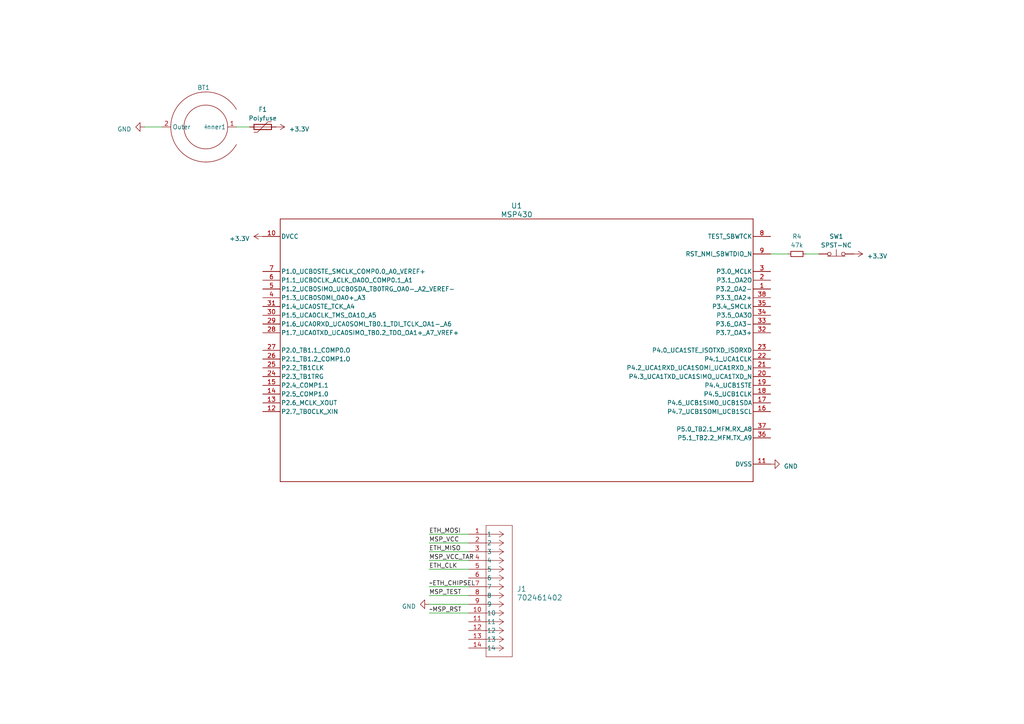
<source format=kicad_sch>
(kicad_sch (version 20230121) (generator eeschema)
  (paper "A4")
  (lib_symbols
    (symbol "Device:C_Small" (pin_numbers hide) (pin_names (offset 0.254) hide)
      (property "Reference" "C" (at 0.254 1.778 0))
      (property "Value" "C_Small" (at 0.254 -2.032 0))
      (symbol "C_Small_1_1"
        (pin passive line (at 0 2.54 270) (length 2.032) (name "~") (number "1"))
        (pin passive line (at 0 -2.54 90) (length 2.032) (name "~") (number "2"))
      )
    )
    (symbol "Device:FerriteBead_Small" (pin_numbers hide) (pin_names (offset 0))
      (property "Reference" "FB" (at 1.905 1.27 0))
      (property "Value" "FerriteBead_Small" (at 1.905 -1.27 0))
      (symbol "FerriteBead_Small_1_1"
        (pin passive line (at 0 2.54 270) (length 1.27) (name "~") (number "1"))
        (pin passive line (at 0 -2.54 90) (length 1.27) (name "~") (number "2"))
      )
    )
    (symbol "Device:L_Small" (pin_numbers hide) (pin_names (offset 0.254) hide)
      (property "Reference" "L" (at 0.762 1.016 0))
      (property "Value" "L_Small" (at 0.762 -1.016 0))
      (symbol "L_Small_1_1"
        (pin passive line (at 0 2.54 270) (length 0.508) (name "~") (number "1"))
        (pin passive line (at 0 -2.54 90) (length 0.508) (name "~") (number "2"))
      )
    )
    (symbol "Device:Polyfuse" (pin_numbers hide) (pin_names (offset 0))
      (property "Reference" "F" (at -2.54 0 90))
      (property "Value" "Polyfuse" (at 2.54 0 90))
      (symbol "Polyfuse_1_1"
        (pin passive line (at 0 3.81 270) (length 1.27) (name "~") (number "1"))
        (pin passive line (at 0 -3.81 90) (length 1.27) (name "~") (number "2"))
      )
    )
    (symbol "Device:R_Small" (pin_numbers hide) (pin_names (offset 0.254) hide)
      (property "Reference" "R" (at 0.762 0.508 0))
      (property "Value" "R_Small" (at 0.762 -1.016 0))
      (symbol "R_Small_1_1"
        (pin passive line (at 0 2.54 270) (length 0.762) (name "~") (number "1"))
        (pin passive line (at 0 -2.54 90) (length 0.762) (name "~") (number "2"))
      )
    )
    (symbol "Interface_Ethernet:ENC28J60x-SO"
      (property "Reference" "U" (at -13.97 24.13 0))
      (property "Value" "ENC28J60x-SO" (at 5.08 24.13 0))
      (symbol "ENC28J60x-SO_1_1"
        (pin input line (at 17.78 -20.32 180) (length 2.54) (name "VCAP") (number "1"))
        (pin input line (at -17.78 20.32 0) (length 2.54) (name "~{RESET}") (number "10"))
        (pin power_in line (at 17.78 5.08 180) (length 2.54) (name "VSSRX") (number "11"))
        (pin input line (at 17.78 7.62 180) (length 2.54) (name "TPIN-") (number "12"))
        (pin input line (at 17.78 10.16 180) (length 2.54) (name "TPIN+") (number "13"))
        (pin input line (at 17.78 -15.24 180) (length 2.54) (name "RBIAS") (number "14"))
        (pin power_in line (at 17.78 0 180) (length 2.54) (name "VDDTX") (number "15"))
        (pin output line (at 17.78 -5.08 180) (length 2.54) (name "TPOUT-") (number "16"))
        (pin output line (at 17.78 -2.54 180) (length 2.54) (name "TPOUT+") (number "17"))
        (pin power_in line (at 17.78 -7.62 180) (length 2.54) (name "VSSTX") (number "18"))
        (pin power_in line (at 17.78 12.7 180) (length 2.54) (name "VDDRX") (number "19"))
        (pin power_in line (at -2.54 -25.4 90) (length 2.54) (name "VSS") (number "2"))
        (pin power_in line (at 2.54 25.4 270) (length 2.54) (name "VDDPLL") (number "20"))
        (pin power_in line (at 2.54 -25.4 90) (length 2.54) (name "VSSPLL") (number "21"))
        (pin power_in line (at -17.78 -15.24 0) (length 2.54) (name "VSSOSC") (number "22"))
        (pin input line (at -17.78 -7.62 0) (length 2.54) (name "OSC1") (number "23"))
        (pin input line (at -17.78 -12.7 0) (length 2.54) (name "OSC2") (number "24"))
        (pin power_in line (at -17.78 -5.08 0) (length 2.54) (name "VDDOSC") (number "25"))
        (pin output line (at 17.78 17.78 180) (length 2.54) (name "LEDB") (number "26"))
        (pin output line (at 17.78 20.32 180) (length 2.54) (name "LEDA") (number "27"))
        (pin power_in line (at -2.54 25.4 270) (length 2.54) (name "VDD") (number "28"))
        (pin output line (at -17.78 -20.32 0) (length 2.54) (name "CLKOUT") (number "3"))
        (pin output line (at -17.78 2.54 0) (length 2.54) (name "~{INT}") (number "4"))
        (pin output line (at -17.78 0 0) (length 2.54) (name "~{WOL}") (number "5"))
        (pin output line (at -17.78 12.7 0) (length 2.54) (name "SO") (number "6"))
        (pin input line (at -17.78 15.24 0) (length 2.54) (name "SI") (number "7"))
        (pin input line (at -17.78 10.16 0) (length 2.54) (name "SCK") (number "8"))
        (pin input line (at -17.78 7.62 0) (length 2.54) (name "~{CS}") (number "9"))
      )
    )
    (symbol "MagicWiFi:702461402" (pin_names (offset 0.254))
      (property "Reference" "J" (at 8.89 6.35 0))
      (property "Value" "702461402" (at 2.54 -36.83 0))
      (symbol "702461402_1_1"
        (pin unspecified line (at 0 0 0) (length 5.08) (name "1") (number "1"))
        (pin unspecified line (at 0 -22.86 0) (length 5.08) (name "10") (number "10"))
        (pin unspecified line (at 0 -25.4 0) (length 5.08) (name "11") (number "11"))
        (pin unspecified line (at 0 -27.94 0) (length 5.08) (name "12") (number "12"))
        (pin unspecified line (at 0 -30.48 0) (length 5.08) (name "13") (number "13"))
        (pin unspecified line (at 0 -33.02 0) (length 5.08) (name "14") (number "14"))
        (pin unspecified line (at 0 -2.54 0) (length 5.08) (name "2") (number "2"))
        (pin unspecified line (at 0 -5.08 0) (length 5.08) (name "3") (number "3"))
        (pin unspecified line (at 0 -7.62 0) (length 5.08) (name "4") (number "4"))
        (pin unspecified line (at 0 -10.16 0) (length 5.08) (name "5") (number "5"))
        (pin unspecified line (at 0 -12.7 0) (length 5.08) (name "6") (number "6"))
        (pin unspecified line (at 0 -15.24 0) (length 5.08) (name "7") (number "7"))
        (pin unspecified line (at 0 -17.78 0) (length 5.08) (name "8") (number "8"))
        (pin unspecified line (at 0 -20.32 0) (length 5.08) (name "9") (number "9"))
      )
      (symbol "702461402_1_2"
        (pin unspecified line (at 0 0 0) (length 5.08) (name "1") (number "1"))
        (pin unspecified line (at 0 -22.86 0) (length 5.08) (name "10") (number "10"))
        (pin unspecified line (at 0 -25.4 0) (length 5.08) (name "11") (number "11"))
        (pin unspecified line (at 0 -27.94 0) (length 5.08) (name "12") (number "12"))
        (pin unspecified line (at 0 -30.48 0) (length 5.08) (name "13") (number "13"))
        (pin unspecified line (at 0 -33.02 0) (length 5.08) (name "14") (number "14"))
        (pin unspecified line (at 0 -2.54 0) (length 5.08) (name "2") (number "2"))
        (pin unspecified line (at 0 -5.08 0) (length 5.08) (name "3") (number "3"))
        (pin unspecified line (at 0 -7.62 0) (length 5.08) (name "4") (number "4"))
        (pin unspecified line (at 0 -10.16 0) (length 5.08) (name "5") (number "5"))
        (pin unspecified line (at 0 -12.7 0) (length 5.08) (name "6") (number "6"))
        (pin unspecified line (at 0 -15.24 0) (length 5.08) (name "7") (number "7"))
        (pin unspecified line (at 0 -17.78 0) (length 5.08) (name "8") (number "8"))
        (pin unspecified line (at 0 -20.32 0) (length 5.08) (name "9") (number "9"))
      )
    )
    (symbol "MagicWiFi:ARJM11C7-114-BA-EW2" (pin_names (offset 0.254))
      (property "Reference" "U" (at 20.32 10.16 0))
      (property "Value" "100T" (at 20.32 7.62 0))
      (symbol "ARJM11C7-114-BA-EW2_0_1"
        (pin power_in line (at 0 0 0) (length 7.62) (name "VC2-") (number "1"))
        (pin unspecified line (at 40.64 -10.16 180) (length 7.62) (name "TD+") (number "10"))
        (pin power_in line (at 0 -2.54 0) (length 7.62) (name "VC1-") (number "2"))
        (pin unspecified line (at 0 -5.08 0) (length 7.62) (name "RD-") (number "3"))
        (pin unspecified line (at 0 -7.62 0) (length 7.62) (name "RCT") (number "4"))
        (pin unspecified line (at 0 -10.16 0) (length 7.62) (name "RD+") (number "5"))
        (pin power_in line (at 0 -12.7 0) (length 7.62) (name "VC2+") (number "6"))
        (pin power_in line (at 0 -15.24 0) (length 7.62) (name "VC1+") (number "7"))
        (pin unspecified line (at 40.64 -15.24 180) (length 7.62) (name "TD-") (number "8"))
        (pin unspecified line (at 40.64 -12.7 180) (length 7.62) (name "TCT") (number "9"))
      )
      (symbol "ARJM11C7-114-BA-EW2_1_0"
        (pin unspecified line (at 19.05 -22.86 90) (length 2.54) (name "GND") (number "15"))
        (pin unspecified line (at 21.59 -22.86 90) (length 2.54) (name "GND") (number "16"))
      )
      (symbol "ARJM11C7-114-BA-EW2_1_1"
        (pin power_in line (at 40.64 -7.62 180) (length 7.62) (name "LEDG+") (number "11"))
        (pin power_out line (at 40.64 -5.08 180) (length 7.62) (name "LEDG-") (number "12"))
        (pin power_in line (at 40.64 -2.54 180) (length 7.62) (name "LEDY+") (number "13"))
        (pin power_out line (at 40.64 0 180) (length 7.62) (name "LEDY-") (number "14"))
      )
    )
    (symbol "MagicWiFi:ATWINC1500-MR210PB1952-T" (pin_names (offset 0.254))
      (property "Reference" "U" (at 30.48 10.16 0))
      (property "Value" "ATWINC1500-MR210PB1952-T" (at 30.48 7.62 0))
      (symbol "ATWINC1500-MR210PB1952-T_0_1"
        (pin bidirectional line (at 0 0 0) (length 7.62) (name "GPIO_6") (number "1"))
        (pin input line (at 0 -22.86 0) (length 7.62) (name "SPI_CFG") (number "10"))
        (pin input line (at 0 -25.4 0) (length 7.62) (name "WAKE") (number "11"))
        (pin power_out line (at 0 -27.94 0) (length 7.62) (name "GND_2") (number "12"))
        (pin output line (at 0 -30.48 0) (length 7.62) (name "IRQN") (number "13"))
        (pin output line (at 0 -33.02 0) (length 7.62) (name "UART_TXD") (number "14"))
        (pin input line (at 60.96 -35.56 180) (length 7.62) (name "SPI_MOSI") (number "15"))
        (pin input line (at 60.96 -33.02 180) (length 7.62) (name "SPI_SSN") (number "16"))
        (pin output line (at 60.96 -30.48 180) (length 7.62) (name "SPI_MISO") (number "17"))
        (pin input line (at 60.96 -27.94 180) (length 7.62) (name "SPI_SCK") (number "18"))
        (pin input line (at 60.96 -25.4 180) (length 7.62) (name "UART_RXD") (number "19"))
        (pin bidirectional line (at 0 -2.54 0) (length 7.62) (name "I2C_SCL") (number "2"))
        (pin power_in line (at 60.96 -22.86 180) (length 7.62) (name "VBAT") (number "20"))
        (pin bidirectional line (at 60.96 -20.32 180) (length 7.62) (name "GPIO_1") (number "21"))
        (pin input line (at 60.96 -17.78 180) (length 7.62) (name "CHIP_EN") (number "22"))
        (pin power_in line (at 60.96 -15.24 180) (length 7.62) (name "VDDIO") (number "23"))
        (pin unspecified line (at 60.96 -12.7 180) (length 7.62) (name "1P3V_TP") (number "24"))
        (pin bidirectional line (at 60.96 -10.16 180) (length 7.62) (name "GPIO_3") (number "25"))
        (pin bidirectional line (at 60.96 -7.62 180) (length 7.62) (name "GPIO_4") (number "26"))
        (pin bidirectional line (at 60.96 -5.08 180) (length 7.62) (name "GPIO_5") (number "27"))
        (pin power_out line (at 60.96 -2.54 180) (length 7.62) (name "GND_3") (number "28"))
        (pin power_out line (at 60.96 0 180) (length 7.62) (name "GND_PADDLE") (number "29"))
        (pin bidirectional line (at 0 -5.08 0) (length 7.62) (name "I2C_SDA") (number "3"))
        (pin input line (at 0 -7.62 0) (length 7.62) (name "RESET_N") (number "4"))
        (pin no_connect line (at 0 -10.16 0) (length 7.62) (name "NC") (number "5"))
        (pin no_connect line (at 0 -12.7 0) (length 7.62) (name "NC") (number "6"))
        (pin no_connect line (at 0 -15.24 0) (length 7.62) (name "NC") (number "7"))
        (pin no_connect line (at 0 -17.78 0) (length 7.62) (name "NC") (number "8"))
        (pin power_out line (at 0 -20.32 0) (length 7.62) (name "GND_1") (number "9"))
      )
    )
    (symbol "MagicWiFi:Antenna"
      (property "Reference" "U" (at -7.62 -2.54 0))
      (symbol "Antenna_1_1"
        (pin input line (at 16.51 0 180) (length 2.54) (name "In") (number "1"))
        (pin output line (at 2.54 11.43 270) (length 2.54) (name "GND") (number "2"))
        (pin output line (at -2.54 11.43 270) (length 2.54) (name "GND") (number "3"))
        (pin output line (at -2.54 -11.43 90) (length 2.54) (name "GND") (number "4"))
        (pin output line (at 2.54 -11.43 90) (length 2.54) (name "GND") (number "5"))
      )
    )
    (symbol "MagicWiFi:Barrel_Connector"
      (property "Reference" "U" (at 0 12.7 0))
      (symbol "Barrel_Connector_1_1"
        (pin output line (at 8.89 0 180) (length 2.54) (name "Inner1") (number "1"))
        (pin input line (at -12.7 0 0) (length 2.54) (name "Outer") (number "2"))
      )
    )
    (symbol "MagicWiFi:MSP430FR2355TDBTR" (pin_names (offset 0.254))
      (property "Reference" "U" (at 0 2.54 0))
      (property "Value" "MSP430FR2355TDBTR" (at 0 0 0))
      (symbol "MSP430FR2355TDBTR_0_1"
        (pin bidirectional line (at 73.66 17.78 180) (length 5.08) (name "P3.2_OA2-") (number "1"))
        (pin power_in line (at -73.66 33.02 0) (length 5.08) (name "DVCC") (number "10"))
        (pin power_in line (at 73.66 -33.02 180) (length 5.08) (name "DVSS") (number "11"))
        (pin bidirectional line (at -73.66 -17.78 0) (length 5.08) (name "P2.7_TB0CLK_XIN") (number "12"))
        (pin bidirectional line (at -73.66 -15.24 0) (length 5.08) (name "P2.6_MCLK_XOUT") (number "13"))
        (pin bidirectional line (at -73.66 -12.7 0) (length 5.08) (name "P2.5_COMP1.0") (number "14"))
        (pin bidirectional line (at -73.66 -10.16 0) (length 5.08) (name "P2.4_COMP1.1") (number "15"))
        (pin bidirectional line (at 73.66 -17.78 180) (length 5.08) (name "P4.7_UCB1SOMI_UCB1SCL") (number "16"))
        (pin bidirectional line (at 73.66 -15.24 180) (length 5.08) (name "P4.6_UCB1SIMO_UCB1SDA") (number "17"))
        (pin bidirectional line (at 73.66 -12.7 180) (length 5.08) (name "P4.5_UCB1CLK") (number "18"))
        (pin bidirectional line (at 73.66 -10.16 180) (length 5.08) (name "P4.4_UCB1STE") (number "19"))
        (pin bidirectional line (at 73.66 20.32 180) (length 5.08) (name "P3.1_OA2O") (number "2"))
        (pin bidirectional line (at 73.66 -7.62 180) (length 5.08) (name "P4.3_UCA1TXD_UCA1SIMO_UCA1TXD_N") (number "20"))
        (pin bidirectional line (at 73.66 -5.08 180) (length 5.08) (name "P4.2_UCA1RXD_UCA1SOMI_UCA1RXD_N") (number "21"))
        (pin bidirectional line (at 73.66 -2.54 180) (length 5.08) (name "P4.1_UCA1CLK") (number "22"))
        (pin bidirectional line (at 73.66 0 180) (length 5.08) (name "P4.0_UCA1STE_ISOTXD_ISORXD") (number "23"))
        (pin bidirectional line (at -73.66 -7.62 0) (length 5.08) (name "P2.3_TB1TRG") (number "24"))
        (pin bidirectional line (at -73.66 -5.08 0) (length 5.08) (name "P2.2_TB1CLK") (number "25"))
        (pin bidirectional line (at -73.66 -2.54 0) (length 5.08) (name "P2.1_TB1.2_COMP1.O") (number "26"))
        (pin bidirectional line (at -73.66 0 0) (length 5.08) (name "P2.0_TB1.1_COMP0.O") (number "27"))
        (pin bidirectional line (at -73.66 5.08 0) (length 5.08) (name "P1.7_UCA0TXD_UCA0SIMO_TB0.2_TDO_OA1+_A7_VREF+") (number "28"))
        (pin bidirectional line (at -73.66 7.62 0) (length 5.08) (name "P1.6_UCA0RXD_UCA0SOMI_TB0.1_TDI_TCLK_OA1-_A6") (number "29"))
        (pin bidirectional line (at 73.66 22.86 180) (length 5.08) (name "P3.0_MCLK") (number "3"))
        (pin bidirectional line (at -73.66 10.16 0) (length 5.08) (name "P1.5_UCA0CLK_TMS_OA1O_A5") (number "30"))
        (pin bidirectional line (at -73.66 12.7 0) (length 5.08) (name "P1.4_UCA0STE_TCK_A4") (number "31"))
        (pin bidirectional line (at 73.66 5.08 180) (length 5.08) (name "P3.7_OA3+") (number "32"))
        (pin bidirectional line (at 73.66 7.62 180) (length 5.08) (name "P3.6_OA3-") (number "33"))
        (pin bidirectional line (at 73.66 10.16 180) (length 5.08) (name "P3.5_OA3O") (number "34"))
        (pin bidirectional line (at 73.66 12.7 180) (length 5.08) (name "P3.4_SMCLK") (number "35"))
        (pin bidirectional line (at 73.66 -25.4 180) (length 5.08) (name "P5.1_TB2.2_MFM.TX_A9") (number "36"))
        (pin bidirectional line (at 73.66 -22.86 180) (length 5.08) (name "P5.0_TB2.1_MFM.RX_A8") (number "37"))
        (pin bidirectional line (at 73.66 15.24 180) (length 5.08) (name "P3.3_OA2+") (number "38"))
        (pin bidirectional line (at -73.66 15.24 0) (length 5.08) (name "P1.3_UCB0SOMI_OA0+_A3") (number "4"))
        (pin bidirectional line (at -73.66 17.78 0) (length 5.08) (name "P1.2_UCB0SIMO_UCB0SDA_TB0TRG_OA0-_A2_VEREF-") (number "5"))
        (pin bidirectional line (at -73.66 20.32 0) (length 5.08) (name "P1.1_UCB0CLK_ACLK_OA0O_COMP0.1_A1") (number "6"))
        (pin bidirectional line (at -73.66 22.86 0) (length 5.08) (name "P1.0_UCB0STE_SMCLK_COMP0.0_A0_VEREF+") (number "7"))
        (pin input line (at 73.66 33.02 180) (length 5.08) (name "TEST_SBWTCK") (number "8"))
        (pin bidirectional line (at 73.66 27.94 180) (length 5.08) (name "RST_NMI_SBWTDIO_N") (number "9"))
      )
    )
    (symbol "MagicWiFi:SX1272IMLTRT" (pin_names (offset 0.254))
      (property "Reference" "U" (at 25.4 10.16 0))
      (property "Value" "SX1272IMLTRT" (at 25.4 7.62 0))
      (symbol "SX1272IMLTRT_0_1"
        (pin power_in line (at 0 0 0) (length 7.62) (name "VBAT1") (number "1"))
        (pin bidirectional line (at 0 -22.86 0) (length 7.62) (name "DIO1") (number "10"))
        (pin bidirectional line (at 0 -25.4 0) (length 7.62) (name "DIO2") (number "11"))
        (pin bidirectional line (at 0 -27.94 0) (length 7.62) (name "DIO3") (number "12"))
        (pin bidirectional line (at 0 -30.48 0) (length 7.62) (name "DIO4") (number "13"))
        (pin bidirectional line (at 0 -33.02 0) (length 7.62) (name "DIO5") (number "14"))
        (pin power_in line (at 50.8 -35.56 180) (length 7.62) (name "VBAT2") (number "15"))
        (pin power_out line (at 50.8 -33.02 180) (length 7.62) (name "GND") (number "16"))
        (pin input line (at 50.8 -30.48 180) (length 7.62) (name "SCK") (number "17"))
        (pin output line (at 50.8 -27.94 180) (length 7.62) (name "MISO") (number "18"))
        (pin input line (at 50.8 -25.4 180) (length 7.62) (name "MOSI") (number "19"))
        (pin power_in line (at 0 -2.54 0) (length 7.62) (name "VR_ANA") (number "2"))
        (pin input line (at 50.8 -22.86 180) (length 7.62) (name "NSS") (number "20"))
        (pin output line (at 50.8 -20.32 180) (length 7.62) (name "RF_MOD") (number "21"))
        (pin power_out line (at 50.8 -17.78 180) (length 7.62) (name "GND") (number "22"))
        (pin output line (at 50.8 -15.24 180) (length 7.62) (name "RXTX") (number "23"))
        (pin output line (at 50.8 -12.7 180) (length 7.62) (name "RFO") (number "24"))
        (pin input line (at 50.8 -10.16 180) (length 7.62) (name "RFI") (number "25"))
        (pin power_out line (at 50.8 -7.62 180) (length 7.62) (name "GND") (number "26"))
        (pin output line (at 50.8 -5.08 180) (length 7.62) (name "PA_BOOST") (number "27"))
        (pin output line (at 50.8 -2.54 180) (length 7.62) (name "VR_PA") (number "28"))
        (pin power_out line (at 50.8 0 180) (length 7.62) (name "GND") (number "29"))
        (pin power_in line (at 0 -5.08 0) (length 7.62) (name "VR_DIG") (number "3"))
        (pin bidirectional line (at 0 -7.62 0) (length 7.62) (name "XTA") (number "4"))
        (pin bidirectional line (at 0 -10.16 0) (length 7.62) (name "XTB") (number "5"))
        (pin bidirectional line (at 0 -12.7 0) (length 7.62) (name "RESET") (number "6"))
        (pin no_connect line (at 0 -15.24 0) (length 7.62) (name "NC") (number "7"))
        (pin no_connect line (at 0 -17.78 0) (length 7.62) (name "NC") (number "8"))
        (pin bidirectional line (at 0 -20.32 0) (length 7.62) (name "DIO0") (number "9"))
      )
    )
    (symbol "MagicWiFi:TCXO"
      (property "Reference" "X" (at 0 10.16 0))
      (property "Value" "Osc" (at 0 7.62 0))
      (symbol "TCXO_1_1"
        (pin passive line (at -7.62 3.81 0) (length 2.54) (name "e/d") (number "1"))
        (pin output line (at 7.62 -2.54 180) (length 2.54) (name "GND") (number "2"))
        (pin output line (at 7.62 3.81 180) (length 2.54) (name "Osc") (number "3"))
        (pin power_in line (at -7.62 -2.54 0) (length 2.54) (name "Vdc") (number "4"))
      )
    )
    (symbol "Switch:SW_Push_Open" (pin_numbers hide) (pin_names (offset 1.016) hide)
      (property "Reference" "SW" (at 0 2.54 0))
      (property "Value" "SW_Push_Open" (at 0 -1.905 0))
      (symbol "SW_Push_Open_0_1"
        (pin passive line (at -5.08 0 0) (length 2.54) (name "A") (number "1"))
      )
      (symbol "SW_Push_Open_1_1"
        (pin passive line (at 5.08 0 180) (length 2.54) (name "B") (number "2"))
      )
    )
    (symbol "power:+3.3V" (power) (pin_names (offset 0))
      (property "Value" "+3.3V" (at 0 3.556 0))
      (symbol "+3.3V_1_1"
        (pin power_in line (at 0 0 90) (length 0) hide (name "+3.3V") (number "1"))
      )
    )
    (symbol "power:GND" (power) (pin_names (offset 0))
      (property "Value" "GND" (at 0 -3.81 0))
      (symbol "GND_1_1"
        (pin power_in line (at 0 0 270) (length 0) hide (name "GND") (number "1"))
      )
    )
  )
  (junction (at 262.89 373.38))
  (junction (at 87.63 341.63))
  (junction (at 435.61 52.07))
  (junction (at 55.88 386.08))
  (junction (at 429.26 138.43))
  (junction (at 439.42 119.38))
  (junction (at 190.5 389.89))
  (junction (at 60.96 382.27))
  (junction (at 87.63 361.95))
  (junction (at 472.44 138.43))
  (junction (at 87.63 349.25))
  (junction (at 279.4 398.78))
  (junction (at 29.21 359.41))
  (junction (at 429.26 119.38))
  (junction (at 457.2 138.43))
  (junction (at 29.21 369.57))
  (junction (at 279.4 373.38))
  (junction (at 87.63 354.33))
  (no_connect (at 40.64 354.33))
  (no_connect (at 86.36 -78.74))
  (no_connect (at 40.64 367.03))
  (no_connect (at 330.2 49.53))
  (no_connect (at 40.64 374.65))
  (no_connect (at 3.81 361.95))
  (no_connect (at 363.22 52.07))
  (no_connect (at 86.36 -81.28))
  (no_connect (at 86.36 -83.82))
  (no_connect (at 330.2 140.97))
  (no_connect (at 364.49 143.51))
  (no_connect (at 86.36 -86.36))
  (no_connect (at 207.01 334.01))
  (wire (pts (xy 279.4 367.03) (xy 279.4 365.76)))
  (wire (pts (xy 435.61 52.07) (xy 435.61 53.34)))
  (wire (pts (xy 415.29 138.43) (xy 422.91 138.43)))
  (wire (pts (xy 190.5 396.24) (xy 198.12 396.24)))
  (wire (pts (xy 87.63 361.95) (xy 76.2 361.95)))
  (wire (pts (xy 87.63 341.63) (xy 87.63 342.9)))
  (wire (pts (xy 203.2 396.24) (xy 208.28 396.24)))
  (wire (pts (xy 124.46 165.1) (xy 135.89 165.1)))
  (wire (pts (xy 447.04 52.07) (xy 453.39 52.07)))
  (wire (pts (xy 424.18 119.38) (xy 429.26 119.38)))
  (wire (pts (xy 449.58 119.38) (xy 449.58 123.19)))
  (wire (pts (xy 233.68 73.66) (xy 237.49 73.66)))
  (wire (pts (xy 360.68 41.91) (xy 363.22 41.91)))
  (wire (pts (xy 435.61 58.42) (xy 435.61 60.96)))
  (wire (pts (xy 29.21 369.57) (xy 40.64 369.57)))
  (wire (pts (xy 41.91 36.83) (xy 46.99 36.83)))
  (wire (pts (xy 262.89 379.73) (xy 260.35 379.73)))
  (wire (pts (xy 31.75 339.09) (xy 40.64 339.09)))
  (wire (pts (xy 293.37 391.16) (xy 279.4 391.16)))
  (wire (pts (xy 60.96 392.43) (xy 71.12 392.43)))
  (wire (pts (xy 472.44 129.54) (xy 472.44 138.43)))
  (wire (pts (xy 279.4 365.76) (xy 292.1 365.76)))
  (wire (pts (xy 124.46 175.26) (xy 135.89 175.26)))
  (wire (pts (xy 29.21 367.03) (xy 29.21 369.57)))
  (wire (pts (xy 31.75 344.17) (xy 40.64 344.17)))
  (wire (pts (xy 424.18 135.89) (xy 424.18 119.38)))
  (wire (pts (xy 279.4 381) (xy 279.4 379.73)))
  (wire (pts (xy 279.4 374.65) (xy 279.4 373.38)))
  (wire (pts (xy 87.63 360.68) (xy 87.63 361.95)))
  (wire (pts (xy 199.39 339.09) (xy 207.01 339.09)))
  (wire (pts (xy 60.96 379.73) (xy 60.96 382.27)))
  (wire (pts (xy 228.6 351.79) (xy 228.6 349.25)))
  (wire (pts (xy 201.93 331.47) (xy 207.01 331.47)))
  (wire (pts (xy 190.5 383.54) (xy 190.5 389.89)))
  (wire (pts (xy 457.2 129.54) (xy 462.28 129.54)))
  (wire (pts (xy 190.5 389.89) (xy 190.5 396.24)))
  (wire (pts (xy 414.02 52.07) (xy 425.45 52.07)))
  (wire (pts (xy 247.65 379.73) (xy 255.27 379.73)))
  (wire (pts (xy 447.04 138.43) (xy 457.2 138.43)))
  (wire (pts (xy 82.55 -68.58) (xy 86.36 -68.58)))
  (wire (pts (xy 247.65 328.93) (xy 255.27 328.93)))
  (wire (pts (xy 199.39 326.39) (xy 207.01 326.39)))
  (wire (pts (xy 269.24 398.78) (xy 279.4 398.78)))
  (wire (pts (xy 82.55 -76.2) (xy 86.36 -76.2)))
  (wire (pts (xy 279.4 398.78) (xy 279.4 400.05)))
  (wire (pts (xy 438.15 138.43) (xy 441.96 138.43)))
  (wire (pts (xy 429.26 138.43) (xy 429.26 140.97)))
  (wire (pts (xy 203.2 383.54) (xy 208.28 383.54)))
  (wire (pts (xy 124.46 177.8) (xy 135.89 177.8)))
  (wire (pts (xy 483.87 138.43) (xy 486.41 138.43)))
  (wire (pts (xy 124.46 162.56) (xy 135.89 162.56)))
  (wire (pts (xy 429.26 138.43) (xy 433.07 138.43)))
  (wire (pts (xy 279.4 372.11) (xy 279.4 373.38)))
  (wire (pts (xy 457.2 138.43) (xy 457.2 129.54)))
  (wire (pts (xy 26.67 346.71) (xy 40.64 346.71)))
  (wire (pts (xy 435.61 52.07) (xy 441.96 52.07)))
  (wire (pts (xy 135.89 154.94) (xy 124.46 154.94)))
  (wire (pts (xy 124.46 160.02) (xy 135.89 160.02)))
  (wire (pts (xy 179.07 389.89) (xy 190.5 389.89)))
  (wire (pts (xy 259.08 365.76) (xy 262.89 365.76)))
  (wire (pts (xy 262.89 373.38) (xy 262.89 379.73)))
  (wire (pts (xy 430.53 52.07) (xy 435.61 52.07)))
  (wire (pts (xy 31.75 351.79) (xy 40.64 351.79)))
  (wire (pts (xy 124.46 157.48) (xy 135.89 157.48)))
  (wire (pts (xy 29.21 361.95) (xy 29.21 359.41)))
  (wire (pts (xy 60.96 389.89) (xy 60.96 392.43)))
  (wire (pts (xy 345.44 49.53) (xy 363.22 49.53)))
  (wire (pts (xy 457.2 138.43) (xy 462.28 138.43)))
  (wire (pts (xy 279.4 397.51) (xy 279.4 398.78)))
  (wire (pts (xy 76.2 374.65) (xy 87.63 374.65)))
  (wire (pts (xy 68.58 36.83) (xy 72.39 36.83)))
  (wire (pts (xy 467.36 52.07) (xy 473.71 52.07)))
  (wire (pts (xy 467.36 138.43) (xy 472.44 138.43)))
  (wire (pts (xy 364.49 140.97) (xy 345.44 140.97)))
  (wire (pts (xy 361.95 133.35) (xy 364.49 133.35)))
  (wire (pts (xy 55.88 379.73) (xy 55.88 386.08)))
  (wire (pts (xy 87.63 354.33) (xy 87.63 355.6)))
  (wire (pts (xy 247.65 334.01) (xy 255.27 334.01)))
  (wire (pts (xy 87.63 347.98) (xy 87.63 349.25)))
  (wire (pts (xy 472.44 138.43) (xy 478.79 138.43)))
  (wire (pts (xy 55.88 386.08) (xy 55.88 389.89)))
  (wire (pts (xy 262.89 365.76) (xy 262.89 373.38)))
  (wire (pts (xy 429.26 129.54) (xy 429.26 138.43)))
  (wire (pts (xy 279.4 405.13) (xy 279.4 406.4)))
  (wire (pts (xy 201.93 336.55) (xy 207.01 336.55)))
  (wire (pts (xy 76.2 369.57) (xy 80.01 369.57)))
  (wire (pts (xy 223.52 73.66) (xy 228.6 73.66)))
  (wire (pts (xy 247.65 365.76) (xy 254 365.76)))
  (wire (pts (xy 279.4 406.4) (xy 293.37 406.4)))
  (wire (pts (xy 279.4 373.38) (xy 292.1 373.38)))
  (wire (pts (xy 198.12 383.54) (xy 190.5 383.54)))
  (wire (pts (xy 87.63 341.63) (xy 76.2 341.63)))
  (wire (pts (xy 124.46 172.72) (xy 135.89 172.72)))
  (wire (pts (xy 429.26 119.38) (xy 439.42 119.38)))
  (wire (pts (xy 439.42 119.38) (xy 449.58 119.38)))
  (wire (pts (xy 262.89 373.38) (xy 279.4 373.38)))
  (wire (pts (xy 55.88 394.97) (xy 55.88 397.51)))
  (wire (pts (xy 252.73 398.78) (xy 264.16 398.78)))
  (wire (pts (xy 31.75 334.01) (xy 40.64 334.01)))
  (wire (pts (xy 31.75 341.63) (xy 40.64 341.63)))
  (wire (pts (xy 415.29 135.89) (xy 424.18 135.89)))
  (wire (pts (xy 279.4 391.16) (xy 279.4 392.43)))
  (wire (pts (xy 29.21 359.41) (xy 40.64 359.41)))
  (wire (pts (xy 467.36 129.54) (xy 472.44 129.54)))
  (wire (pts (xy 201.93 328.93) (xy 207.01 328.93)))
  (wire (pts (xy 60.96 382.27) (xy 60.96 384.81)))
  (wire (pts (xy 427.99 138.43) (xy 429.26 138.43)))
  (wire (pts (xy 458.47 52.07) (xy 462.28 52.07)))
  (wire (pts (xy 292.1 381) (xy 279.4 381)))
  (wire (pts (xy 87.63 349.25) (xy 76.2 349.25)))
  (wire (pts (xy 203.2 341.63) (xy 207.01 341.63)))
  (wire (pts (xy 213.36 396.24) (xy 218.44 396.24)))
  (wire (pts (xy 429.26 119.38) (xy 429.26 124.46)))
  (wire (pts (xy 439.42 119.38) (xy 439.42 123.19)))
  (wire (pts (xy 87.63 354.33) (xy 76.2 354.33)))
  (wire (pts (xy 0 368.3) (xy 3.81 368.3)))
  (wire (pts (xy 30.48 361.95) (xy 40.64 361.95)))
  (wire (pts (xy 213.36 383.54) (xy 218.44 383.54)))
  (wire (pts (xy 124.46 170.18) (xy 135.89 170.18)))
  (rectangle (start 306.07 -2.54) (end 584.2 208.28))
  (rectangle (start 0 -175.26) (end 294.64 -10.16))
  (rectangle (start -5.08 217.17) (end 303.53 414.02))
  (label "ETH_MOSI" (at 31.75 339.09 0))
  (label "TD_N" (at 292.1 381 0))
  (label "VC2ETH_N" (at 199.39 326.39 0))
  (label "VC2ETH_N" (at 218.44 383.54 0))
  (label "TD_N" (at 76.2 359.41 0))
  (label "TD_P" (at 76.2 356.87 0))
  (label "LEDGN" (at 247.65 331.47 0))
  (label "ETH_MISO" (at 31.75 341.63 0))
  (label "LEDYN" (at 76.2 336.55 0))
  (label "ETH_CLK" (at 31.75 344.17 0))
  (label "ETH_MOSI" (at 124.46 154.94 0))
  (label "RD_P" (at 201.93 336.55 0))
  (label "RD_P" (at 293.37 391.16 0))
  (label "TD_P" (at 247.65 336.55 0))
  (label "ETH_MISO" (at 124.46 160.02 0))
  (label "TD_C" (at 292.1 373.38 0))
  (label "~ETH_IRQ" (at 31.75 351.79 0))
  (label "TD_P" (at 292.1 365.76 0))
  (label "LEDYN" (at 247.65 326.39 0))
  (label "~MSP_RST" (at 124.46 177.8 0))
  (label "~ETH_CHIPSEL" (at 26.67 346.71 0))
  (label "TD_N" (at 247.65 341.63 0))
  (label "LEDGN" (at 76.2 334.01 0))
  (label "MSP_VCC" (at 124.46 157.48 0))
  (label "VC2ETH_P" (at 199.39 339.09 0))
  (label "OSC1_ETH" (at 19.05 361.95 0))
  (label "~ETH_RST" (at 31.75 334.01 0))
  (label "OSC1_ETH" (at 30.48 361.95 0))
  (label "MSP_VCC_TAR" (at 124.46 162.56 0))
  (label "3v3" (at 0 368.3 0))
  (label "RD_N" (at 201.93 331.47 0))
  (label "TD_C" (at 247.65 339.09 0))
  (label "MSP_TEST" (at 124.46 172.72 0))
  (label "~ETH_CHIPSEL" (at 124.46 170.18 0))
  (label "RD_N" (at 293.37 406.4 0))
  (label "RD_N" (at 76.2 346.71 0))
  (label "VC2ETH_P" (at 218.44 396.24 0))
  (label "ETH_CLK" (at 124.46 165.1 0))
  (label "RD_P" (at 76.2 344.17 0))
  (symbol (lib_id "Device:R_Small") (at 488.95 138.43 90) (unit 1)
    (property "Reference" "R13" (at 488.95 133.35 90))
    (property "Value" "0R" (at 488.95 135.89 90))
    (property "Footprint" "Resistor_SMD:R_0402_1005Metric_Pad0.72x0.64mm_HandSolder" (effects hide))
    (property "Datasheet" "https://www.vishay.com/docs/20035/dcrcwe3.pdf" (effects hide))
    (property "MPN" "CRCW04020000Z0ED" (effects hide))
  )
  (symbol (lib_id "Device:C_Small") (at 457.2 140.97 0) (unit 1)
    (property "Reference" "C20" (at 459.74 140.3413 0) (effects (justify left)))
    (property "Value" "8.2 pF" (at 459.74 142.8813 0) (effects (justify left)))
    (property "Footprint" "Capacitor_SMD:C_0402_1005Metric_Pad0.74x0.62mm_HandSolder" (effects hide))
    (property "Datasheet" "https://search.murata.co.jp/Ceramy/image/img/A01X/G101/ENG/GJM1555C1H8R2CB01-01.pdf" (effects hide))
    (property "MPN" "GJM1555C1H8R2CB01D" (effects hide))
  )
  (symbol (lib_id "Device:C_Small") (at 60.96 387.35 0) (unit 1)
    (property "Reference" "C8" (at 63.5 386.7213 0) (effects (justify left)))
    (property "Value" "0.1 uF" (at 63.5 389.2613 0) (effects (justify left)))
    (property "Footprint" "Capacitor_SMD:C_0805_2012Metric" (effects hide))
    (property "Notes" "vdd vss pair ceramic bypass cap" (effects hide))
  )
  (symbol (lib_id "power:+3.3V") (at 414.02 77.47 270) (unit 1)
    (property "Reference" "#PWR037" (effects hide))
    (property "Value" "+3.3V" (at 417.83 78.105 90) (effects (justify left)))
  )
  (symbol (lib_id "Device:R_Small") (at 279.4 394.97 0) (unit 1)
    (property "Reference" "R8" (at 281.94 394.335 0) (effects (justify left)))
    (property "Value" "49.9 Ohm" (at 281.94 396.875 0) (effects (justify left)))
    (property "Footprint" "Capacitor_SMD:C_0805_2012Metric" (effects hide))
  )
  (symbol (lib_id "Device:R_Small") (at 210.82 396.24 90) (unit 1)
    (property "Reference" "R10" (at 210.82 391.16 90))
    (property "Value" "75 Ohm" (at 210.82 393.7 90))
    (property "Footprint" "Resistor_SMD:R_0805_2012Metric_Pad1.20x1.40mm_HandSolder" (effects hide))
  )
  (symbol (lib_id "power:GND") (at 414.02 49.53 90) (unit 1)
    (property "Reference" "#PWR09" (effects hide))
    (property "Value" "GND" (at 417.83 50.165 90) (effects (justify right)))
  )
  (symbol (lib_id "Device:C_Small") (at 449.58 125.73 0) (unit 1)
    (property "Reference" "C17" (at 452.12 125.1013 0) (effects (justify left)))
    (property "Value" "47 pF" (at 452.12 127.6413 0) (effects (justify left)))
    (property "Footprint" "Capacitor_SMD:C_0402_1005Metric_Pad0.74x0.62mm_HandSolder" (effects hide))
    (property "Datasheet" "https://search.murata.co.jp/Ceramy/image/img/A01X/G101/ENG/GJM1555C1H470JB01-01.pdf" (effects hide))
    (property "MPN" "GJM1555C1H470JB01D" (effects hide))
  )
  (symbol (lib_id "power:+3.3V") (at 247.65 73.66 270) (unit 1)
    (property "Reference" "#PWR041" (effects hide))
    (property "Value" "+3.3V" (at 251.46 74.295 90) (effects (justify left)))
  )
  (symbol (lib_id "Device:C_Small") (at 266.7 398.78 90) (unit 1)
    (property "Reference" "C10" (at 266.7 392.43 90))
    (property "Value" "0.1 uF" (at 266.7 394.97 90))
    (property "Footprint" "Capacitor_SMD:C_0805_2012Metric" (effects hide))
  )
  (symbol (lib_id "power:+3.3V") (at 87.63 354.33 270) (unit 1)
    (property "Reference" "#PWR050" (effects hide))
    (property "Value" "+3.3V" (at 91.44 354.965 90) (effects (justify left)))
  )
  (symbol (lib_id "power:+3.3V") (at 60.96 328.93 0) (unit 1)
    (property "Reference" "#PWR052" (effects hide))
    (property "Value" "+3.3V" (at 60.96 325.12 0))
  )
  (symbol (lib_id "power:+3.3V") (at 360.68 41.91 90) (unit 1)
    (property "Reference" "#PWR038" (effects hide))
    (property "Value" "+3.3V" (at 356.87 42.545 90) (effects (justify left)))
  )
  (symbol (lib_id "MagicWiFi:SX1272IMLTRT") (at 364.49 133.35 0) (unit 1)
    (property "Reference" "U6" (at 389.89 124.46 0) (effects (font (size 1.524 1.524))))
    (property "Value" "LoRa2" (at 389.89 127 0) (effects (font (size 1.524 1.524))))
    (property "Footprint" "QFN28_6X6_SEM" (effects hide))
    (property "Datasheet" "https://semtech.my.salesforce.com/sfc/p/#E0000000JelG/a/440000001NCE/v_VBhk1IolDgxwwnOpcS_vTFxPfSEPQbuneK3mWsXlU" (effects hide))
    (property "Traffic" "Send" (at 389.89 149.86 0) (effects (font bold)))
    (property "MPN" "SX1272IMLTRT" (effects hide))
  )
  (symbol (lib_id "power:GND") (at 87.63 349.25 90) (unit 1)
    (property "Reference" "#PWR013" (effects hide))
    (property "Value" "GND" (at 91.44 349.885 90) (effects (justify right)))
  )
  (symbol (lib_id "Device:C_Small") (at 481.33 138.43 90) (unit 1)
    (property "Reference" "C23" (at 481.3363 133.35 90))
    (property "Value" "47 pF" (at 481.3363 135.89 90))
    (property "Footprint" "Capacitor_SMD:C_0402_1005Metric_Pad0.74x0.62mm_HandSolder" (effects hide))
    (property "Datasheet" "https://search.murata.co.jp/Ceramy/image/img/A01X/G101/ENG/GJM1555C1H470JB01-01.pdf" (effects hide))
    (property "MPN" "GJM1555C1H470JB01D" (effects hide))
  )
  (symbol (lib_id "power:GND") (at 223.52 134.62 90) (unit 1)
    (property "Reference" "#PWR011" (effects hide))
    (property "Value" "GND" (at 227.33 135.255 90) (effects (justify right)))
  )
  (symbol (lib_id "power:GND") (at 439.42 128.27 0) (unit 1)
    (property "Reference" "#PWR02" (effects hide))
    (property "Value" "GND" (at 439.42 133.35 0))
  )
  (symbol (lib_id "MagicWiFi:ATWINC1500-MR210PB1952-T") (at 86.36 -96.52 0) (unit 1)
    (property "Reference" "U4" (at 116.84 -105.41 0) (effects (font (size 1.524 1.524))))
    (property "Value" "ATC" (at 116.84 -102.87 0) (effects (font (size 1.524 1.524))))
    (property "Footprint" "ATWINC15x0-MR210_MCH" (effects hide))
    (property "Datasheet" "https://www.digikey.com/en/products/detail/microchip-technology/ATWINC1500-MR210PB1952-T/8639158" (effects hide))
    (property "MPN" "ATWINC1500-MR210PB1952-T" (effects hide))
  )
  (symbol (lib_id "Device:C_Small") (at 29.21 364.49 0) (unit 1)
    (property "Reference" "C7" (at 31.75 363.8613 0) (effects (justify left)))
    (property "Value" "0.1 uF" (at 31.75 366.4013 0) (effects (justify left)))
    (property "Footprint" "Capacitor_SMD:C_0805_2012Metric" (effects hide))
    (property "Notes" "vdd vss pair ceramic bypass cap" (effects hide))
  )
  (symbol (lib_id "power:+3.3V") (at 361.95 133.35 90) (unit 1)
    (property "Reference" "#PWR036" (effects hide))
    (property "Value" "+3.3V" (at 358.14 133.985 90) (effects (justify left)))
  )
  (symbol (lib_id "Device:C_Small") (at 439.42 125.73 0) (unit 1)
    (property "Reference" "C16" (at 441.96 125.1013 0) (effects (justify left)))
    (property "Value" "10 nF" (at 441.96 127.6413 0) (effects (justify left)))
    (property "Footprint" "Capacitor_SMD:C_0402_1005Metric_Pad0.74x0.62mm_HandSolder" (effects hide))
    (property "Datasheet" "https://search.murata.co.jp/Ceramy/image/img/A01X/G101/ENG/GRM155R71H103KA88-01.pdf" (effects hide))
    (property "MPN" "GRM155R71H103KA88D" (effects hide))
  )
  (symbol (lib_id "power:GND") (at 414.02 41.91 90) (unit 1)
    (property "Reference" "#PWR010" (effects hide))
    (property "Value" "GND" (at 417.83 42.545 90) (effects (justify right)))
  )
  (symbol (lib_id "power:GND") (at 41.91 36.83 270) (unit 1)
    (property "Reference" "#PWR066" (effects hide))
    (property "Value" "GND" (at 38.1 37.465 90) (effects (justify right)))
  )
  (symbol (lib_id "power:GND") (at 203.2 341.63 270) (unit 1)
    (property "Reference" "#PWR023" (effects hide))
    (property "Value" "GND" (at 199.39 342.265 90) (effects (justify right)))
  )
  (symbol (lib_id "Device:R_Small") (at 444.5 52.07 90) (unit 1)
    (property "Reference" "R11" (at 444.5 46.99 90))
    (property "Value" "0R" (at 444.5 49.53 90))
    (property "Footprint" "Resistor_SMD:R_0603_1608Metric_Pad0.98x0.95mm_HandSolder" (effects hide))
    (property "Datasheet" "https://www.vishay.com/docs/20035/dcrcwe3.pdf" (effects hide))
    (property "MPN" "CRCW06030000Z0EA" (effects hide))
  )
  (symbol (lib_id "power:GND") (at 85.09 369.57 90) (unit 1)
    (property "Reference" "#PWR046" (effects hide))
    (property "Value" "GND" (at 88.9 370.205 90) (effects (justify right)))
  )
  (symbol (lib_id "power:GND") (at 415.29 166.37 90) (unit 1)
    (property "Reference" "#PWR03" (effects hide))
    (property "Value" "GND" (at 419.1 167.005 90) (effects (justify right)))
  )
  (symbol (lib_id "Device:FerriteBead_Small") (at 256.54 365.76 90) (unit 1)
    (property "Reference" "FB1" (at 256.5019 360.68 90))
    (property "Value" "80 mA min" (at 256.5019 363.22 90))
    (property "Footprint" "Resistor_SMD:R_0805_2012Metric_Pad1.20x1.40mm_HandSolder" (effects hide))
    (property "Datasheet" "https://www.digikey.com/en/products/detail/laird-signal-integrity-products/LI0805H151R-10/806622" (effects hide))
  )
  (symbol (lib_id "Device:C_Small") (at 200.66 383.54 90) (unit 1)
    (property "Reference" "C11" (at 200.6663 378.46 90))
    (property "Value" "0.1 nF" (at 200.6663 381 90))
    (property "Footprint" "Resistor_SMD:R_0805_2012Metric_Pad1.20x1.40mm_HandSolder" (effects hide))
  )
  (symbol (lib_id "power:GND") (at 29.21 369.57 0) (unit 1)
    (property "Reference" "#PWR018" (effects hide))
    (property "Value" "GND" (at 29.21 374.65 0))
  )
  (symbol (lib_id "power:GND") (at 60.96 382.27 90) (unit 1)
    (property "Reference" "#PWR021" (effects hide))
    (property "Value" "GND" (at 64.77 382.905 90) (effects (justify right)))
  )
  (symbol (lib_id "power:GND") (at 449.58 128.27 0) (unit 1)
    (property "Reference" "#PWR01" (effects hide))
    (property "Value" "GND" (at 449.58 133.35 0))
  )
  (symbol (lib_id "power:GND") (at 247.65 379.73 270) (unit 1)
    (property "Reference" "#PWR024" (effects hide))
    (property "Value" "GND" (at 243.84 380.365 90) (effects (justify right)))
  )
  (symbol (lib_id "Device:R_Small") (at 210.82 383.54 90) (unit 1)
    (property "Reference" "R9" (at 210.82 378.46 90))
    (property "Value" "75 Ohm" (at 210.82 381 90))
    (property "Footprint" "Resistor_SMD:R_0805_2012Metric_Pad1.20x1.40mm_HandSolder" (effects hide))
  )
  (symbol (lib_id "Device:R_Small") (at 279.4 369.57 0) (unit 1)
    (property "Reference" "R5" (at 281.94 368.935 0) (effects (justify left)))
    (property "Value" "49.9 Ohm" (at 281.94 371.475 0) (effects (justify left)))
    (property "Footprint" "Capacitor_SMD:C_0805_2012Metric" (effects hide))
  )
  (symbol (lib_id "power:GND") (at 510.54 127 180) (unit 1)
    (property "Reference" "#PWR034" (effects hide))
    (property "Value" "GND" (at 510.54 123.19 0))
  )
  (symbol (lib_id "Device:C_Small") (at 455.93 52.07 90) (unit 1)
    (property "Reference" "C14" (at 455.9363 46.99 90))
    (property "Value" "47 pF" (at 455.9363 49.53 90))
    (property "Footprint" "Capacitor_SMD:C_0402_1005Metric_Pad0.74x0.62mm_HandSolder" (effects hide))
    (property "Datasheet" "https://search.murata.co.jp/Ceramy/image/img/A01X/G101/ENG/GJM1555C1H470JB01-01.pdf" (effects hide))
    (property "MPN" "GJM1555C1H470JB01D" (effects hide))
  )
  (symbol (lib_id "Device:C_Small") (at 200.66 396.24 90) (unit 1)
    (property "Reference" "C12" (at 200.6663 391.16 90))
    (property "Value" "0.1 nF" (at 200.6663 393.7 90))
    (property "Footprint" "Resistor_SMD:R_0805_2012Metric_Pad1.20x1.40mm_HandSolder" (effects hide))
  )
  (symbol (lib_id "MagicWiFi:Barrel_Connector") (at 59.69 36.83 0) (unit 1)
    (property "Reference" "BT1" (at 59.055 25.4 0))
    (property "Value" "~" (at 59.69 36.83 0))
    (property "Footprint" "MagicWiFi:Barrel_Conn" (effects hide))
  )
  (symbol (lib_id "MagicWiFi:TCXO") (at 337.82 144.78 0) (unit 1)
    (property "Reference" "X1" (at 337.82 134.62 0))
    (property "Value" "Osc" (at 337.82 137.16 0))
    (property "Footprint" "MagicWiFi:TCXO" (effects hide))
    (property "Datasheet" "https://www.jauch.com/downloadfile/57ff7db813438_346edabf994d823423fb/jt32c_180424.pdf" (effects hide))
    (property "MPN" "O 32,0-JT32C-A-K-3,3-LF" (effects hide))
  )
  (symbol (lib_id "power:GND") (at 147.32 -96.52 90) (unit 1)
    (property "Reference" "#PWR027" (effects hide))
    (property "Value" "GND" (at 152.4 -95.885 90) (effects (justify right)))
  )
  (symbol (lib_id "power:GND") (at 345.44 55.88 90) (unit 1)
    (property "Reference" "#PWR064" (effects hide))
    (property "Value" "GND" (at 349.25 56.515 90) (effects (justify right)))
  )
  (symbol (lib_id "Device:L_Small") (at 425.45 138.43 90) (unit 1)
    (property "Reference" "L3" (at 425.45 134.62 90))
    (property "Value" "2.7 nH" (at 425.45 137.16 90))
    (property "Footprint" "Inductor_SMD:L_0402_1005Metric_Pad0.77x0.64mm_HandSolder" (effects hide))
    (property "Datasheet" "https://search.murata.co.jp/Ceramy/image/img/P02/JELF243A-0050.pdf" (effects hide))
    (property "MPN" "LQW15AN2N7D00D" (effects hide))
  )
  (symbol (lib_id "Device:C_Small") (at 464.82 129.54 90) (unit 1)
    (property "Reference" "C21" (at 464.8263 124.46 90))
    (property "Value" "1.5 pF" (at 464.8263 127 90))
    (property "Footprint" "Capacitor_SMD:C_0402_1005Metric_Pad0.74x0.62mm_HandSolder" (effects hide))
    (property "Datasheet" "https://search.murata.co.jp/Ceramy/image/img/A01X/G101/ENG/GJM1555C1H1R5BB01-01.pdf" (effects hide))
    (property "MPN" "GJM1555C1H1R5BB01D" (effects hide))
  )
  (symbol (lib_id "Device:C_Small") (at 55.88 392.43 180) (unit 1)
    (property "Reference" "C9" (at 58.42 391.7886 0) (effects (justify right)))
    (property "Value" "0.1 uF" (at 58.42 394.3286 0) (effects (justify right)))
    (property "Footprint" "Capacitor_SMD:C_0805_2012Metric" (effects hide))
    (property "Notes" "vdd vss pair ceramic bypass cap" (effects hide))
  )
  (symbol (lib_id "MagicWiFi:SX1272IMLTRT") (at 363.22 41.91 0) (unit 1)
    (property "Reference" "U5" (at 388.62 33.02 0) (effects (font (size 1.524 1.524))))
    (property "Value" "LoRa1" (at 388.62 35.56 0) (effects (font (size 1.524 1.524))))
    (property "Footprint" "QFN28_6X6_SEM" (effects hide))
    (property "Datasheet" "https://semtech.my.salesforce.com/sfc/p/#E0000000JelG/a/440000001NCE/v_VBhk1IolDgxwwnOpcS_vTFxPfSEPQbuneK3mWsXlU" (effects hide))
    (property "Traffic" "Receive" (at 388.62 57.15 0) (effects (font bold)))
    (property "MPN" "SX1272IMLTRT" (effects hide))
  )
  (symbol (lib_id "Device:R_Small") (at 279.4 402.59 0) (unit 1)
    (property "Reference" "R7" (at 281.94 401.955 0) (effects (justify left)))
    (property "Value" "49.9 Ohm" (at 281.94 404.495 0) (effects (justify left)))
    (property "Footprint" "Capacitor_SMD:C_0805_2012Metric" (effects hide))
  )
  (symbol (lib_id "power:GND") (at 87.63 361.95 90) (unit 1)
    (property "Reference" "#PWR014" (effects hide))
    (property "Value" "GND" (at 91.44 362.585 90) (effects (justify right)))
  )
  (symbol (lib_id "MagicWiFi:TCXO") (at 11.43 365.76 0) (unit 1)
    (property "Reference" "X3" (at 11.43 355.6 0))
    (property "Value" "Osc" (at 11.43 358.14 0))
    (property "Footprint" "MagicWiFi:TCXO" (effects hide))
    (property "Datasheet" "https://www.jauch.com/downloadfile/57ff7db813438_346edabf994d823423fb/jt32c_180424.pdf" (effects hide))
    (property "MPN" "O 25,0-JT32C-A-K-3,3-LF" (effects hide))
  )
  (symbol (lib_id "power:GND") (at 414.02 59.69 90) (unit 1)
    (property "Reference" "#PWR07" (effects hide))
    (property "Value" "GND" (at 417.83 60.325 90) (effects (justify right)))
  )
  (symbol (lib_id "Device:R_Small") (at 257.81 334.01 90) (unit 1)
    (property "Reference" "R2" (at 257.81 331.47 90))
    (property "Value" "60" (at 257.81 334.01 90))
    (property "Footprint" "Resistor_SMD:R_0805_2012Metric_Pad1.20x1.40mm_HandSolder" (effects hide))
  )
  (symbol (lib_id "power:GND") (at 226.06 349.25 0) (unit 1)
    (property "Reference" "#PWR016" (effects hide))
    (property "Value" "GND" (at 226.06 354.33 0))
  )
  (symbol (lib_id "Device:C_Small") (at 257.81 379.73 90) (unit 1)
    (property "Reference" "C4" (at 257.81 373.38 90))
    (property "Value" "0.1 uF" (at 257.81 375.92 90))
    (property "Footprint" "Capacitor_SMD:C_0805_2012Metric" (effects hide))
  )
  (symbol (lib_id "power:GND") (at 492.76 40.64 180) (unit 1)
    (property "Reference" "#PWR063" (effects hide))
    (property "Value" "GND" (at 492.76 36.83 0))
  )
  (symbol (lib_id "power:+3.3V") (at 71.12 392.43 270) (unit 1)
    (property "Reference" "#PWR047" (effects hide))
    (property "Value" "+3.3V" (at 74.93 393.065 90) (effects (justify left)))
  )
  (symbol (lib_id "Device:C_Small") (at 87.63 358.14 0) (unit 1)
    (property "Reference" "C6" (at 90.17 357.5113 0) (effects (justify left)))
    (property "Value" "0.1 uF" (at 90.17 360.0513 0) (effects (justify left)))
    (property "Footprint" "Capacitor_SMD:C_0805_2012Metric" (effects hide))
    (property "Notes" "vdd vss pair ceramic bypass cap" (effects hide))
  )
  (symbol (lib_id "power:GND") (at 415.29 133.35 90) (unit 1)
    (property "Reference" "#PWR06" (effects hide))
    (property "Value" "GND" (at 419.1 133.985 90) (effects (justify right)))
  )
  (symbol (lib_id "power:+3.3V") (at 260.35 328.93 270) (unit 1)
    (property "Reference" "#PWR044" (effects hide))
    (property "Value" "+3.3V" (at 264.16 329.565 90) (effects (justify left)))
  )
  (symbol (lib_id "power:+3.3V") (at 87.63 341.63 270) (unit 1)
    (property "Reference" "#PWR051" (effects hide))
    (property "Value" "+3.3V" (at 91.44 342.265 90) (effects (justify left)))
  )
  (symbol (lib_id "power:GND") (at 497.84 63.5 0) (unit 1)
    (property "Reference" "#PWR061" (effects hide))
    (property "Value" "GND" (at 497.84 68.58 0))
  )
  (symbol (lib_id "power:+3.3V") (at 76.2 68.58 90) (unit 1)
    (property "Reference" "#PWR042" (effects hide))
    (property "Value" "+3.3V" (at 72.39 69.215 90) (effects (justify left)))
  )
  (symbol (lib_id "power:GND") (at 415.29 140.97 90) (unit 1)
    (property "Reference" "#PWR05" (effects hide))
    (property "Value" "GND" (at 419.1 141.605 90) (effects (justify right)))
  )
  (symbol (lib_id "power:GND") (at 147.32 -93.98 90) (unit 1)
    (property "Reference" "#PWR028" (effects hide))
    (property "Value" "GND" (at 152.4 -93.345 90) (effects (justify right)))
  )
  (symbol (lib_id "power:GND") (at 415.29 151.13 90) (unit 1)
    (property "Reference" "#PWR04" (effects hide))
    (property "Value" "GND" (at 419.1 151.765 90) (effects (justify right)))
  )
  (symbol (lib_id "Device:R_Small") (at 231.14 73.66 90) (unit 1)
    (property "Reference" "R4" (at 231.14 68.58 90))
    (property "Value" "47k" (at 231.14 71.12 90))
    (property "Footprint" "Resistor_SMD:R_0805_2012Metric_Pad1.20x1.40mm_HandSolder" (effects hide))
  )
  (symbol (lib_id "Device:R_Small") (at 257.81 328.93 90) (unit 1)
    (property "Reference" "R1" (at 257.81 326.39 90))
    (property "Value" "60" (at 257.81 328.93 90))
    (property "Footprint" "Resistor_SMD:R_0805_2012Metric_Pad1.20x1.40mm_HandSolder" (effects hide))
  )
  (symbol (lib_id "Device:C_Small") (at 472.44 140.97 0) (unit 1)
    (property "Reference" "C22" (at 474.98 140.3413 0) (effects (justify left)))
    (property "Value" "3.3 pF" (at 474.98 142.8813 0) (effects (justify left)))
    (property "Footprint" "Capacitor_SMD:C_0402_1005Metric_Pad0.74x0.62mm_HandSolder" (effects hide))
    (property "Datasheet" "https://search.murata.co.jp/Ceramy/image/img/A01X/G101/ENG/GJM1555C1H3R3BB01-01.pdf" (effects hide))
    (property "MPN" "GJM1555C1H3R3BB01D" (effects hide))
  )
  (symbol (lib_id "Switch:SW_Push_Open") (at 242.57 73.66 0) (unit 1)
    (property "Reference" "SW1" (at 242.57 68.58 0))
    (property "Value" "SPST-NC" (at 242.57 71.12 0))
    (property "Footprint" "MagicWiFi:KSR223GNCLFG" (effects hide))
    (property "Datasheet" "https://www.digikey.com/en/products/detail/c-k/KSR223GNCLFG/958071" (effects hide))
  )
  (symbol (lib_id "Device:C_Small") (at 464.82 52.07 90) (unit 1)
    (property "Reference" "C15" (at 464.8263 46.99 90))
    (property "Value" "47 pF" (at 464.8263 49.53 90))
    (property "Footprint" "Capacitor_SMD:C_0402_1005Metric_Pad0.74x0.62mm_HandSolder" (effects hide))
    (property "Datasheet" "https://search.murata.co.jp/Ceramy/image/img/A01X/G101/ENG/GJM1555C1H470JB01-01.pdf" (effects hide))
    (property "MPN" "GJM1555C1H470JB01D" (effects hide))
  )
  (symbol (lib_id "power:GND") (at 19.05 368.3 90) (unit 1)
    (property "Reference" "#PWR019" (effects hide))
    (property "Value" "GND" (at 22.86 368.935 90) (effects (justify right)))
  )
  (symbol (lib_id "power:GND") (at 435.61 60.96 0) (unit 1)
    (property "Reference" "#PWR031" (effects hide))
    (property "Value" "GND" (at 435.61 66.04 0))
  )
  (symbol (lib_id "power:GND") (at 82.55 -68.58 270) (unit 1)
    (property "Reference" "#PWR029" (effects hide))
    (property "Value" "GND" (at 80.01 -67.945 90) (effects (justify right)))
  )
  (symbol (lib_id "power:GND") (at 429.26 146.05 0) (unit 1)
    (property "Reference" "#PWR056" (effects hide))
    (property "Value" "GND" (at 429.26 151.13 0))
  )
  (symbol (lib_id "MagicWiFi:Antenna") (at 495.3 52.07 180) (unit 1)
    (property "Reference" "AN2" (at 501.65 52.705 0) (effects (justify right)))
    (property "Value" "~" (at 495.3 52.07 0))
    (property "Footprint" "MagicWiFi:SMA_EDGELAUNCH" (effects hide))
    (property "Datasheet" "https://www.adafruit.com/product/1865" (effects hide))
  )
  (symbol (lib_id "power:+3.3V") (at 55.88 328.93 0) (unit 1)
    (property "Reference" "#PWR053" (effects hide))
    (property "Value" "+3.3V" (at 55.88 325.12 0))
  )
  (symbol (lib_id "power:+3.3V") (at 29.21 359.41 0) (unit 1)
    (property "Reference" "#PWR049" (effects hide))
    (property "Value" "+3.3V" (at 29.21 355.6 0))
  )
  (symbol (lib_id "power:GND") (at 179.07 389.89 270) (unit 1)
    (property "Reference" "#PWR026" (effects hide))
    (property "Value" "GND" (at 175.26 390.525 90) (effects (justify right)))
  )
  (symbol (lib_id "power:GND") (at 228.6 351.79 0) (unit 1)
    (property "Reference" "#PWR017" (effects hide))
    (property "Value" "GND" (at 228.6 356.87 0))
  )
  (symbol (lib_id "Device:R_Small") (at 82.55 369.57 90) (unit 1)
    (property "Reference" "R3" (at 82.55 367.03 90))
    (property "Value" "2.32k 1%" (at 82.55 372.11 90))
    (property "Footprint" "Resistor_SMD:R_0805_2012Metric_Pad1.20x1.40mm_HandSolder" (effects hide))
    (property "Notes" "Must be located close as possible" (effects hide))
  )
  (symbol (lib_id "power:GND") (at 505.46 127 180) (unit 1)
    (property "Reference" "#PWR059" (effects hide))
    (property "Value" "GND" (at 505.46 123.19 0))
  )
  (symbol (lib_id "power:GND") (at 492.76 63.5 0) (unit 1)
    (property "Reference" "#PWR060" (effects hide))
    (property "Value" "GND" (at 492.76 68.58 0))
  )
  (symbol (lib_id "MagicWiFi:Antenna") (at 508 138.43 180) (unit 1)
    (property "Reference" "AN1" (at 514.35 139.065 0) (effects (justify right)))
    (property "Value" "~" (at 508 138.43 0))
    (property "Footprint" "MagicWiFi:SMA_EDGELAUNCH" (effects hide))
    (property "Datasheet" "https://www.adafruit.com/product/1865" (effects hide))
  )
  (symbol (lib_id "power:GND") (at 497.84 40.64 180) (unit 1)
    (property "Reference" "#PWR062" (effects hide))
    (property "Value" "GND" (at 497.84 36.83 0))
  )
  (symbol (lib_id "MagicWiFi:TCXO") (at 337.82 53.34 0) (unit 1)
    (property "Reference" "X2" (at 337.82 43.18 0))
    (property "Value" "Osc" (at 337.82 45.72 0))
    (property "Footprint" "MagicWiFi:TCXO" (effects hide))
    (property "Datasheet" "https://www.jauch.com/downloadfile/57ff7db813438_346edabf994d823423fb/jt32c_180424.pdf" (effects hide))
    (property "MPN" "O 32,0-JT32C-A-K-3,3-LF" (effects hide))
  )
  (symbol (lib_id "power:+3.3V") (at 330.2 55.88 90) (unit 1)
    (property "Reference" "#PWR039" (effects hide))
    (property "Value" "+3.3V" (at 326.39 56.515 90) (effects (justify left)))
  )
  (symbol (lib_id "power:+3.3V") (at 147.32 -73.66 270) (unit 1)
    (property "Reference" "#PWR054" (effects hide))
    (property "Value" "+3.3V" (at 152.4 -73.025 90) (effects (justify left)))
  )
  (symbol (lib_id "power:+3.3V") (at 55.88 397.51 180) (unit 1)
    (property "Reference" "#PWR048" (effects hide))
    (property "Value" "+3.3V" (at 55.88 402.59 0))
  )
  (symbol (lib_id "power:GND") (at 124.46 175.26 270) (unit 1)
    (property "Reference" "#PWR012" (effects hide))
    (property "Value" "GND" (at 120.65 175.895 90) (effects (justify right)))
  )
  (symbol (lib_id "power:GND") (at 252.73 398.78 270) (unit 1)
    (property "Reference" "#PWR025" (effects hide))
    (property "Value" "GND" (at 248.92 399.415 90) (effects (justify right)))
  )
  (symbol (lib_id "Device:C_Small") (at 90.17 374.65 90) (unit 1)
    (property "Reference" "C1" (at 90.17 368.3 90))
    (property "Value" "10uF" (at 90.17 370.84 90))
    (property "Footprint" "Resistor_SMD:R_0805_2012Metric_Pad1.20x1.40mm_HandSolder" (effects hide))
    (property "Notes" "Typical 10 uF, Low ESR, Min 1 uF" (effects hide))
  )
  (symbol (lib_id "Device:C_Small") (at 429.26 143.51 0) (unit 1)
    (property "Reference" "C18" (at 431.8 142.8813 0) (effects (justify left)))
    (property "Value" "8.2 pF" (at 431.8 145.4213 0) (effects (justify left)))
    (property "Footprint" "Capacitor_SMD:C_0402_1005Metric_Pad0.74x0.62mm_HandSolder" (effects hide))
    (property "Datasheet" "https://search.murata.co.jp/Ceramy/image/img/A01X/G101/ENG/GJM1555C1H8R2CB01-01.pdf" (effects hide))
    (property "MPN" "GJM1555C1H8R2CB01D" (effects hide))
  )
  (symbol (lib_id "power:GND") (at 457.2 143.51 0) (unit 1)
    (property "Reference" "#PWR057" (effects hide))
    (property "Value" "GND" (at 457.2 148.59 0))
  )
  (symbol (lib_id "power:+3.3V") (at 147.32 -81.28 270) (unit 1)
    (property "Reference" "#PWR055" (effects hide))
    (property "Value" "+3.3V" (at 152.4 -80.645 90) (effects (justify left)))
  )
  (symbol (lib_id "power:GND") (at 201.93 328.93 270) (unit 1)
    (property "Reference" "#PWR022" (effects hide))
    (property "Value" "GND" (at 198.12 329.565 90) (effects (justify right)))
  )
  (symbol (lib_id "power:+3.3V") (at 415.29 168.91 270) (unit 1)
    (property "Reference" "#PWR035" (effects hide))
    (property "Value" "+3.3V" (at 419.1 169.545 90) (effects (justify left)))
  )
  (symbol (lib_id "Device:C_Small") (at 87.63 345.44 0) (unit 1)
    (property "Reference" "C5" (at 90.17 344.8113 0) (effects (justify left)))
    (property "Value" "0.1 uF" (at 90.17 347.3513 0) (effects (justify left)))
    (property "Footprint" "Capacitor_SMD:C_0805_2012Metric" (effects hide))
    (property "Notes" "vdd vss pair ceramic bypass cap" (effects hide))
  )
  (symbol (lib_id "power:GND") (at 345.44 147.32 90) (unit 1)
    (property "Reference" "#PWR065" (effects hide))
    (property "Value" "GND" (at 349.25 147.955 90) (effects (justify right)))
  )
  (symbol (lib_id "power:+3.3V") (at 247.65 365.76 90) (unit 1)
    (property "Reference" "#PWR045" (effects hide))
    (property "Value" "+3.3V" (at 243.84 366.395 90) (effects (justify left)))
  )
  (symbol (lib_id "power:GND") (at 414.02 74.93 90) (unit 1)
    (property "Reference" "#PWR08" (effects hide))
    (property "Value" "GND" (at 417.83 75.565 90) (effects (justify right)))
  )
  (symbol (lib_id "Device:L_Small") (at 427.99 52.07 90) (unit 1)
    (property "Reference" "L1" (at 427.99 48.26 90))
    (property "Value" "10 nH" (at 427.99 50.8 90))
    (property "Footprint" "Capacitor_SMD:C_0402_1005Metric_Pad0.74x0.62mm_HandSolder" (effects hide))
    (property "Datasheet" "https://www.digikey.com/en/products/detail/murata-electronics/LQG15HS10NJ02D/662872?s=N4IgTCBcDaIDIEUDiBGArACQMooAwDkApXMAERAF0BfIA" (effects hide))
    (property "MPN" "LQG15HS10NJ02D" (effects hide))
  )
  (symbol (lib_id "Device:R_Small") (at 476.25 52.07 90) (unit 1)
    (property "Reference" "R12" (at 476.25 46.99 90))
    (property "Value" "0R" (at 476.25 49.53 90))
    (property "Footprint" "Resistor_SMD:R_0402_1005Metric_Pad0.72x0.64mm_HandSolder" (effects hide))
    (property "Datasheet" "https://www.vishay.com/docs/20035/dcrcwe3.pdf" (effects hide))
    (property "MPN" "CRCW04020000Z0ED" (effects hide))
  )
  (symbol (lib_id "power:GND") (at 82.55 -76.2 270) (unit 1)
    (property "Reference" "#PWR030" (effects hide))
    (property "Value" "GND" (at 80.01 -75.565 90) (effects (justify right)))
  )
  (symbol (lib_id "Device:R_Small") (at 279.4 377.19 0) (unit 1)
    (property "Reference" "R6" (at 281.94 376.555 0) (effects (justify left)))
    (property "Value" "49.9 Ohm" (at 281.94 379.095 0) (effects (justify left)))
    (property "Footprint" "Capacitor_SMD:C_0805_2012Metric" (effects hide))
  )
  (symbol (lib_id "Device:Polyfuse") (at 76.2 36.83 90) (unit 1)
    (property "Reference" "F1" (at 76.2 31.75 90))
    (property "Value" "Polyfuse" (at 76.2 34.29 90))
    (property "Footprint" "MagicWiFi:Fuse_BelFuse_0ZCJ0_1206_Metric_3216" (effects hide))
    (property "Datasheet" "https://www.belfuse.com/resources/datasheets/circuitprotection/ds-cp-0zcj-series.pdf" (effects hide))
    (property "MPN" "0ZCJ0050FF2G" (effects hide))
  )
  (symbol (lib_id "power:GND") (at 472.44 143.51 0) (unit 1)
    (property "Reference" "#PWR058" (effects hide))
    (property "Value" "GND" (at 472.44 148.59 0))
  )
  (symbol (lib_id "MagicWiFi:MSP430FR2355TDBTR") (at 149.86 101.6 0) (unit 1)
    (property "Reference" "U1" (at 149.86 59.69 0) (effects (font (size 1.524 1.524))))
    (property "Value" "MSP430" (at 149.86 62.23 0) (effects (font (size 1.524 1.524))))
    (property "Footprint" "MagicWiFi:DBT0038A_MSP430_N" (effects hide))
    (property "Datasheet" "https://www.ti.com/lit/ds/symlink/msp430fr2355.pdf?HQS=dis-dk-null-digikeymode-dsf-pf-null-wwe&ts=1684432407516&ref_url=https%253A%252F%252Fwww.ti.com%252Fgeneral%252Fdocs%252Fsuppproductinfo.tsp%253FdistId%253D10%2526gotoUrl%253Dhttps%253A%252F%252Fwww.ti.com%252Flit%252Fgpn%252Fmsp430fr2355" (effects hide))
    (property "MPN" "MSP430FR2355TDBTR" (effects hide))
  )
  (symbol (lib_id "MagicWiFi:702461402") (at 135.89 154.94 0) (unit 1)
    (property "Reference" "J1" (at 149.86 170.815 0) (effects (font (size 1.524 1.524)) (justify left)))
    (property "Value" "702461402" (at 149.86 173.355 0) (effects (font (size 1.524 1.524)) (justify left)))
    (property "Footprint" "CON_702461402_MOL" (effects hide))
    (property "Datasheet" "https://www.digikey.com/en/products/detail/molex/0702461402/760183" (effects hide))
    (property "MPN" "702461402" (effects hide))
  )
  (symbol (lib_id "Device:L_Small") (at 464.82 138.43 90) (unit 1)
    (property "Reference" "L5" (at 464.82 134.62 90))
    (property "Value" "5.6 nH" (at 464.82 137.16 90))
    (property "Footprint" "Inductor_SMD:L_0402_1005Metric_Pad0.77x0.64mm_HandSolder" (effects hide))
    (property "Datasheet" "https://search.murata.co.jp/Ceramy/image/img/P02/JELF243A-0051.pdf" (effects hide))
    (property "MPN" "LQW15AN5N6C10D" (effects hide))
  )
  (symbol (lib_id "MagicWiFi:ARJM11C7-114-BA-EW2") (at 207.01 326.39 0) (unit 1)
    (property "Reference" "U2" (at 227.33 317.5 0) (effects (font (size 1.524 1.524))))
    (property "Value" "ARJ1" (at 227.33 320.04 0) (effects (font (size 1.524 1.524))))
    (property "Footprint" "MagicWiFi:ARJM11C7-114-BA-EW2_ABR" (effects hide))
    (property "Datasheet" "https://www.digikey.com/en/products/detail/abracon-llc/ARJM11C7-114-BA-EW2/7675237" (effects hide))
    (property "MPN" "ARJM11C7-114-BA-EW2" (effects hide))
  )
  (symbol (lib_id "power:+3.3V") (at 80.01 36.83 270) (unit 1)
    (property "Reference" "#PWR067" (effects hide))
    (property "Value" "+3.3V" (at 83.82 37.465 90) (effects (justify left)))
  )
  (symbol (lib_id "power:GND") (at 505.46 149.86 0) (unit 1)
    (property "Reference" "#PWR032" (effects hide))
    (property "Value" "GND" (at 505.46 154.94 0))
  )
  (symbol (lib_id "Device:C_Small") (at 435.61 55.88 0) (unit 1)
    (property "Reference" "C13" (at 438.15 55.2513 0) (effects (justify left)))
    (property "Value" "3.3 pF" (at 438.15 57.7913 0) (effects (justify left)))
    (property "Footprint" "Capacitor_SMD:C_0402_1005Metric_Pad0.74x0.62mm_HandSolder" (effects hide))
    (property "Datasheet" "https://search.murata.co.jp/Ceramy/image/img/A01X/G101/ENG/GJM1555C1H3R3BB01-01.pdf" (effects hide))
    (property "MPN" "GJM1555C1H3R3BB01D" (effects hide))
  )
  (symbol (lib_id "power:+3.3V") (at 330.2 147.32 90) (unit 1)
    (property "Reference" "#PWR040" (effects hide))
    (property "Value" "+3.3V" (at 326.39 147.955 90) (effects (justify left)))
  )
  (symbol (lib_id "power:GND") (at 55.88 386.08 270) (unit 1)
    (property "Reference" "#PWR020" (effects hide))
    (property "Value" "GND" (at 52.07 386.715 90) (effects (justify right)))
  )
  (symbol (lib_id "power:GND") (at 510.54 149.86 0) (unit 1)
    (property "Reference" "#PWR033" (effects hide))
    (property "Value" "GND" (at 510.54 154.94 0))
  )
  (symbol (lib_id "Device:L_Small") (at 429.26 127 0) (unit 1)
    (property "Reference" "L2" (at 430.53 126.365 0) (effects (justify left)))
    (property "Value" "33 nH" (at 430.53 128.905 0) (effects (justify left)))
    (property "Footprint" "Inductor_SMD:L_0402_1005Metric_Pad0.77x0.64mm_HandSolder" (effects hide))
    (property "Datasheet" "https://search.murata.co.jp/Ceramy/image/img/P02/JELF243A-0050.pdf" (effects hide))
    (property "MPN" " LQW15AN33NJ00D" (effects hide))
  )
  (symbol (lib_id "Interface_Ethernet:ENC28J60x-SO") (at 58.42 354.33 0) (unit 1)
    (property "Reference" "U3" (at 62.9159 327.66 0) (effects (justify left)))
    (property "Value" "ENC" (at 62.9159 330.2 0) (effects (justify left)))
    (property "Footprint" "Package_SO:SOIC-28W_7.5x17.9mm_P1.27mm" (effects hide))
    (property "Datasheet" "http://ww1.microchip.com/downloads/en/devicedoc/39662e.pdf" (effects hide))
    (property "MPN" "ENC28J60x-SO" (effects hide))
  )
  (symbol (lib_id "power:+3.3V") (at 260.35 334.01 270) (unit 1)
    (property "Reference" "#PWR043" (effects hide))
    (property "Value" "+3.3V" (at 264.16 334.645 90) (effects (justify left)))
  )
  (symbol (lib_id "power:GND") (at 92.71 374.65 90) (unit 1)
    (property "Reference" "#PWR015" (effects hide))
    (property "Value" "GND" (at 96.52 375.285 90) (effects (justify right)))
  )
  (symbol (lib_id "Device:L_Small") (at 444.5 138.43 90) (unit 1)
    (property "Reference" "L4" (at 444.5 134.62 90))
    (property "Value" "5.6 nH" (at 444.5 137.16 90))
    (property "Footprint" "Inductor_SMD:L_0402_1005Metric_Pad0.77x0.64mm_HandSolder" (effects hide))
    (property "Datasheet" "https://search.murata.co.jp/Ceramy/image/img/P02/JELF243A-0051.pdf" (effects hide))
    (property "MPN" "LQW15AN5N6C10D" (effects hide))
  )
  (symbol (lib_id "Device:C_Small") (at 435.61 138.43 270) (unit 1)
    (property "Reference" "C19" (at 435.6036 133.35 90))
    (property "Value" "22 pF" (at 435.6036 135.89 90))
    (property "Footprint" "Capacitor_SMD:C_0402_1005Metric_Pad0.74x0.62mm_HandSolder" (effects hide))
    (property "Datasheet" "https://search.murata.co.jp/Ceramy/image/img/A01X/G101/ENG/GJM1555C1H220JB01-01.pdf" (effects hide))
    (property "MPN" "GJM1555C1H220JB01D" (effects hide))
  )
)
</source>
